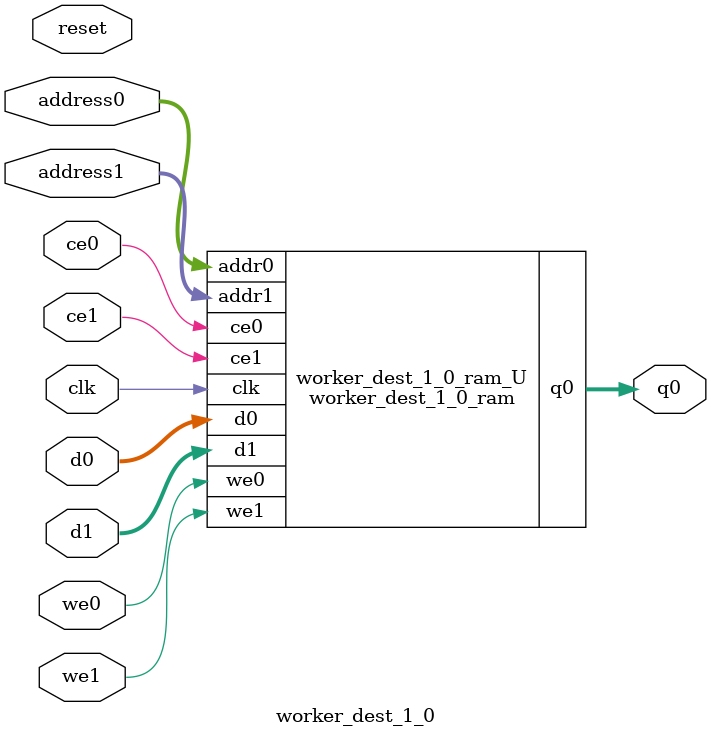
<source format=v>

`timescale 1 ns / 1 ps
module worker_dest_1_0_ram (addr0, ce0, d0, we0, q0, addr1, ce1, d1, we1,  clk);

parameter DWIDTH = 32;
parameter AWIDTH = 7;
parameter MEM_SIZE = 100;

input[AWIDTH-1:0] addr0;
input ce0;
input[DWIDTH-1:0] d0;
input we0;
output reg[DWIDTH-1:0] q0;
input[AWIDTH-1:0] addr1;
input ce1;
input[DWIDTH-1:0] d1;
input we1;
input clk;

(* ram_style = "block" *)reg [DWIDTH-1:0] ram[MEM_SIZE-1:0];




always @(posedge clk)  
begin 
    if (ce0) 
    begin
        if (we0) 
        begin 
            ram[addr0] <= d0; 
            q0 <= d0;
        end 
        else 
            q0 <= ram[addr0];
    end
end


always @(posedge clk)  
begin 
    if (ce1) 
    begin
        if (we1) 
        begin 
            ram[addr1] <= d1; 
        end 
    end
end


endmodule


`timescale 1 ns / 1 ps
module worker_dest_1_0(
    reset,
    clk,
    address0,
    ce0,
    we0,
    d0,
    q0,
    address1,
    ce1,
    we1,
    d1);

parameter DataWidth = 32'd32;
parameter AddressRange = 32'd100;
parameter AddressWidth = 32'd7;
input reset;
input clk;
input[AddressWidth - 1:0] address0;
input ce0;
input we0;
input[DataWidth - 1:0] d0;
output[DataWidth - 1:0] q0;
input[AddressWidth - 1:0] address1;
input ce1;
input we1;
input[DataWidth - 1:0] d1;



worker_dest_1_0_ram worker_dest_1_0_ram_U(
    .clk( clk ),
    .addr0( address0 ),
    .ce0( ce0 ),
    .d0( d0 ),
    .we0( we0 ),
    .q0( q0 ),
    .addr1( address1 ),
    .ce1( ce1 ),
    .d1( d1 ),
    .we1( we1 ));

endmodule


</source>
